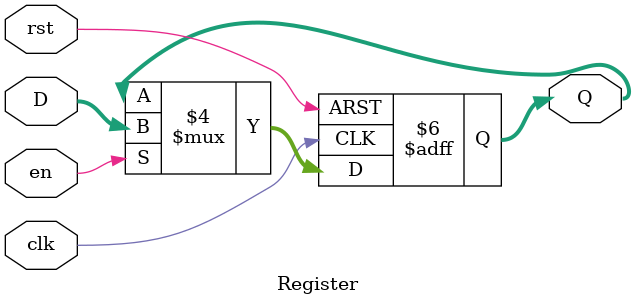
<source format=v>


module Register #(
	parameter N=32
)

(	
	input [N-1:0] D,
	input clk, rst, en,  
	output reg [N-1:0] Q	
);

//always@(posedge clk, negedge rst) begin
always@(negedge rst or posedge clk) begin	
	if(rst==0)
		Q <= 1'b0;
		
	else if (en==1)
		Q <= D;
	end
endmodule 

//module Register #(
//	parameter N=32
//)
//
//(	
//	input [N-1:0] D,
//	input clk, rst, en,  
//	output reg [N-1:0] Q	
//);
//
////always@(posedge clk, negedge rst) begin
//always@(posedge clk or negedge rst) begin	
//	if(!rst)
//		Q <= 1'b0;
//		
//	else if (en)
//		Q <= D;
//	end
//endmodule 
</source>
